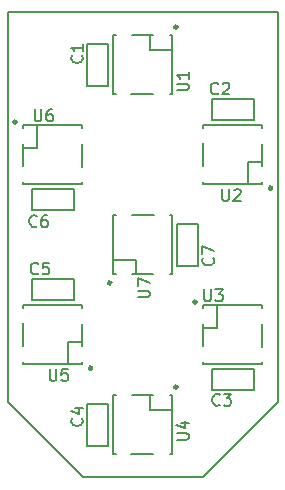
<source format=gto>
G04 #@! TF.FileFunction,Legend,Top*
%FSLAX46Y46*%
G04 Gerber Fmt 4.6, Leading zero omitted, Abs format (unit mm)*
G04 Created by KiCad (PCBNEW (2016-05-03 BZR 6266)-product) date Mon Jul 11 05:07:49 2016*
%MOMM*%
%LPD*%
G01*
G04 APERTURE LIST*
%ADD10C,0.350000*%
%ADD11C,0.150000*%
%ADD12C,0.180000*%
%ADD13C,0.300000*%
G04 APERTURE END LIST*
D10*
D11*
X152400000Y-85090000D02*
X152400000Y-118110000D01*
X129540000Y-85090000D02*
X152400000Y-85090000D01*
X129540000Y-118110000D02*
X129540000Y-85090000D01*
X146050000Y-124460000D02*
X135890000Y-124460000D01*
X152400000Y-118110000D02*
X146050000Y-124460000D01*
X129540000Y-118110000D02*
X135890000Y-124460000D01*
D12*
X146090000Y-111795000D02*
X147290000Y-111795000D01*
X147290000Y-111795000D02*
X147290000Y-109895000D01*
D13*
X145490000Y-109595000D02*
G75*
G03X145490000Y-109595000I-100000J0D01*
G01*
D12*
X146090000Y-114695000D02*
X146090000Y-114895000D01*
X146090000Y-114895000D02*
X151090000Y-114895000D01*
X151090000Y-114895000D02*
X151090000Y-114695000D01*
X146090000Y-111495000D02*
X146090000Y-113295000D01*
X151090000Y-109895000D02*
X146090000Y-109895000D01*
X146090000Y-109895000D02*
X146090000Y-110095000D01*
X151090000Y-109895000D02*
X151090000Y-110095000D01*
X151090000Y-113395000D02*
X151090000Y-111495000D01*
X141570000Y-117515000D02*
X141570000Y-118715000D01*
X141570000Y-118715000D02*
X143470000Y-118715000D01*
D13*
X143870000Y-116815000D02*
G75*
G03X143870000Y-116815000I-100000J0D01*
G01*
D12*
X138670000Y-117515000D02*
X138470000Y-117515000D01*
X138470000Y-117515000D02*
X138470000Y-122515000D01*
X138470000Y-122515000D02*
X138670000Y-122515000D01*
X141870000Y-117515000D02*
X140070000Y-117515000D01*
X143470000Y-122515000D02*
X143470000Y-117515000D01*
X143470000Y-117515000D02*
X143270000Y-117515000D01*
X143470000Y-122515000D02*
X143270000Y-122515000D01*
X139970000Y-122515000D02*
X141870000Y-122515000D01*
X135850000Y-112995000D02*
X134650000Y-112995000D01*
X134650000Y-112995000D02*
X134650000Y-114895000D01*
D13*
X136650000Y-115195000D02*
G75*
G03X136650000Y-115195000I-100000J0D01*
G01*
D12*
X135850000Y-110095000D02*
X135850000Y-109895000D01*
X135850000Y-109895000D02*
X130850000Y-109895000D01*
X130850000Y-109895000D02*
X130850000Y-110095000D01*
X135850000Y-113295000D02*
X135850000Y-111495000D01*
X130850000Y-114895000D02*
X135850000Y-114895000D01*
X135850000Y-114895000D02*
X135850000Y-114695000D01*
X130850000Y-114895000D02*
X130850000Y-114695000D01*
X130850000Y-111395000D02*
X130850000Y-113295000D01*
X140370000Y-107275000D02*
X140370000Y-106075000D01*
X140370000Y-106075000D02*
X138470000Y-106075000D01*
D13*
X138270000Y-107975000D02*
G75*
G03X138270000Y-107975000I-100000J0D01*
G01*
D12*
X143270000Y-107275000D02*
X143470000Y-107275000D01*
X143470000Y-107275000D02*
X143470000Y-102275000D01*
X143470000Y-102275000D02*
X143270000Y-102275000D01*
X140070000Y-107275000D02*
X141870000Y-107275000D01*
X138470000Y-102275000D02*
X138470000Y-107275000D01*
X138470000Y-107275000D02*
X138670000Y-107275000D01*
X138470000Y-102275000D02*
X138670000Y-102275000D01*
X141970000Y-102275000D02*
X140070000Y-102275000D01*
X141570000Y-87035000D02*
X141570000Y-88235000D01*
X141570000Y-88235000D02*
X143470000Y-88235000D01*
D13*
X143870000Y-86335000D02*
G75*
G03X143870000Y-86335000I-100000J0D01*
G01*
D12*
X138670000Y-87035000D02*
X138470000Y-87035000D01*
X138470000Y-87035000D02*
X138470000Y-92035000D01*
X138470000Y-92035000D02*
X138670000Y-92035000D01*
X141870000Y-87035000D02*
X140070000Y-87035000D01*
X143470000Y-92035000D02*
X143470000Y-87035000D01*
X143470000Y-87035000D02*
X143270000Y-87035000D01*
X143470000Y-92035000D02*
X143270000Y-92035000D01*
X139970000Y-92035000D02*
X141870000Y-92035000D01*
X151090000Y-97755000D02*
X149890000Y-97755000D01*
X149890000Y-97755000D02*
X149890000Y-99655000D01*
D13*
X151890000Y-99955000D02*
G75*
G03X151890000Y-99955000I-100000J0D01*
G01*
D12*
X151090000Y-94855000D02*
X151090000Y-94655000D01*
X151090000Y-94655000D02*
X146090000Y-94655000D01*
X146090000Y-94655000D02*
X146090000Y-94855000D01*
X151090000Y-98055000D02*
X151090000Y-96255000D01*
X146090000Y-99655000D02*
X151090000Y-99655000D01*
X151090000Y-99655000D02*
X151090000Y-99455000D01*
X146090000Y-99655000D02*
X146090000Y-99455000D01*
X146090000Y-96155000D02*
X146090000Y-98055000D01*
X130850000Y-96555000D02*
X132050000Y-96555000D01*
X132050000Y-96555000D02*
X132050000Y-94655000D01*
D13*
X130250000Y-94355000D02*
G75*
G03X130250000Y-94355000I-100000J0D01*
G01*
D12*
X130850000Y-99455000D02*
X130850000Y-99655000D01*
X130850000Y-99655000D02*
X135850000Y-99655000D01*
X135850000Y-99655000D02*
X135850000Y-99455000D01*
X130850000Y-96255000D02*
X130850000Y-98055000D01*
X135850000Y-94655000D02*
X130850000Y-94655000D01*
X130850000Y-94655000D02*
X130850000Y-94855000D01*
X135850000Y-94655000D02*
X135850000Y-94855000D01*
X135850000Y-98155000D02*
X135850000Y-96255000D01*
X136271000Y-91313000D02*
X136271000Y-87757000D01*
X136271000Y-87757000D02*
X138049000Y-87757000D01*
X138049000Y-87757000D02*
X138049000Y-91313000D01*
X138049000Y-91313000D02*
X136271000Y-91313000D01*
X146812000Y-92456000D02*
X150368000Y-92456000D01*
X150368000Y-92456000D02*
X150368000Y-94234000D01*
X150368000Y-94234000D02*
X146812000Y-94234000D01*
X146812000Y-94234000D02*
X146812000Y-92456000D01*
X150368000Y-117094000D02*
X146812000Y-117094000D01*
X146812000Y-117094000D02*
X146812000Y-115316000D01*
X146812000Y-115316000D02*
X150368000Y-115316000D01*
X150368000Y-115316000D02*
X150368000Y-117094000D01*
X136271000Y-121793000D02*
X136271000Y-118237000D01*
X136271000Y-118237000D02*
X138049000Y-118237000D01*
X138049000Y-118237000D02*
X138049000Y-121793000D01*
X138049000Y-121793000D02*
X136271000Y-121793000D01*
X131572000Y-107696000D02*
X135128000Y-107696000D01*
X135128000Y-107696000D02*
X135128000Y-109474000D01*
X135128000Y-109474000D02*
X131572000Y-109474000D01*
X131572000Y-109474000D02*
X131572000Y-107696000D01*
X135128000Y-101854000D02*
X131572000Y-101854000D01*
X131572000Y-101854000D02*
X131572000Y-100076000D01*
X131572000Y-100076000D02*
X135128000Y-100076000D01*
X135128000Y-100076000D02*
X135128000Y-101854000D01*
X145669000Y-102997000D02*
X145669000Y-106553000D01*
X145669000Y-106553000D02*
X143891000Y-106553000D01*
X143891000Y-106553000D02*
X143891000Y-102997000D01*
X143891000Y-102997000D02*
X145669000Y-102997000D01*
X146177095Y-108545381D02*
X146177095Y-109354905D01*
X146224714Y-109450143D01*
X146272333Y-109497762D01*
X146367571Y-109545381D01*
X146558048Y-109545381D01*
X146653286Y-109497762D01*
X146700905Y-109450143D01*
X146748524Y-109354905D01*
X146748524Y-108545381D01*
X147129476Y-108545381D02*
X147748524Y-108545381D01*
X147415190Y-108926333D01*
X147558048Y-108926333D01*
X147653286Y-108973952D01*
X147700905Y-109021571D01*
X147748524Y-109116810D01*
X147748524Y-109354905D01*
X147700905Y-109450143D01*
X147653286Y-109497762D01*
X147558048Y-109545381D01*
X147272333Y-109545381D01*
X147177095Y-109497762D01*
X147129476Y-109450143D01*
X143851381Y-121284905D02*
X144660905Y-121284905D01*
X144756143Y-121237286D01*
X144803762Y-121189667D01*
X144851381Y-121094429D01*
X144851381Y-120903952D01*
X144803762Y-120808714D01*
X144756143Y-120761095D01*
X144660905Y-120713476D01*
X143851381Y-120713476D01*
X144184714Y-119808714D02*
X144851381Y-119808714D01*
X143803762Y-120046810D02*
X144518048Y-120284905D01*
X144518048Y-119665857D01*
X133096095Y-115276381D02*
X133096095Y-116085905D01*
X133143714Y-116181143D01*
X133191333Y-116228762D01*
X133286571Y-116276381D01*
X133477048Y-116276381D01*
X133572286Y-116228762D01*
X133619905Y-116181143D01*
X133667524Y-116085905D01*
X133667524Y-115276381D01*
X134619905Y-115276381D02*
X134143714Y-115276381D01*
X134096095Y-115752571D01*
X134143714Y-115704952D01*
X134238952Y-115657333D01*
X134477048Y-115657333D01*
X134572286Y-115704952D01*
X134619905Y-115752571D01*
X134667524Y-115847810D01*
X134667524Y-116085905D01*
X134619905Y-116181143D01*
X134572286Y-116228762D01*
X134477048Y-116276381D01*
X134238952Y-116276381D01*
X134143714Y-116228762D01*
X134096095Y-116181143D01*
X140549381Y-109219905D02*
X141358905Y-109219905D01*
X141454143Y-109172286D01*
X141501762Y-109124667D01*
X141549381Y-109029429D01*
X141549381Y-108838952D01*
X141501762Y-108743714D01*
X141454143Y-108696095D01*
X141358905Y-108648476D01*
X140549381Y-108648476D01*
X140549381Y-108267524D02*
X140549381Y-107600857D01*
X141549381Y-108029429D01*
X143851381Y-91693905D02*
X144660905Y-91693905D01*
X144756143Y-91646286D01*
X144803762Y-91598667D01*
X144851381Y-91503429D01*
X144851381Y-91312952D01*
X144803762Y-91217714D01*
X144756143Y-91170095D01*
X144660905Y-91122476D01*
X143851381Y-91122476D01*
X144851381Y-90122476D02*
X144851381Y-90693905D01*
X144851381Y-90408191D02*
X143851381Y-90408191D01*
X143994238Y-90503429D01*
X144089476Y-90598667D01*
X144137095Y-90693905D01*
X147701095Y-100036381D02*
X147701095Y-100845905D01*
X147748714Y-100941143D01*
X147796333Y-100988762D01*
X147891571Y-101036381D01*
X148082048Y-101036381D01*
X148177286Y-100988762D01*
X148224905Y-100941143D01*
X148272524Y-100845905D01*
X148272524Y-100036381D01*
X148701095Y-100131619D02*
X148748714Y-100084000D01*
X148843952Y-100036381D01*
X149082048Y-100036381D01*
X149177286Y-100084000D01*
X149224905Y-100131619D01*
X149272524Y-100226857D01*
X149272524Y-100322095D01*
X149224905Y-100464952D01*
X148653476Y-101036381D01*
X149272524Y-101036381D01*
X131826095Y-93305381D02*
X131826095Y-94114905D01*
X131873714Y-94210143D01*
X131921333Y-94257762D01*
X132016571Y-94305381D01*
X132207048Y-94305381D01*
X132302286Y-94257762D01*
X132349905Y-94210143D01*
X132397524Y-94114905D01*
X132397524Y-93305381D01*
X133302286Y-93305381D02*
X133111809Y-93305381D01*
X133016571Y-93353000D01*
X132968952Y-93400619D01*
X132873714Y-93543476D01*
X132826095Y-93733952D01*
X132826095Y-94114905D01*
X132873714Y-94210143D01*
X132921333Y-94257762D01*
X133016571Y-94305381D01*
X133207048Y-94305381D01*
X133302286Y-94257762D01*
X133349905Y-94210143D01*
X133397524Y-94114905D01*
X133397524Y-93876810D01*
X133349905Y-93781571D01*
X133302286Y-93733952D01*
X133207048Y-93686333D01*
X133016571Y-93686333D01*
X132921333Y-93733952D01*
X132873714Y-93781571D01*
X132826095Y-93876810D01*
X135810643Y-88725476D02*
X135858262Y-88773095D01*
X135905881Y-88915952D01*
X135905881Y-89011190D01*
X135858262Y-89154048D01*
X135763024Y-89249286D01*
X135667786Y-89296905D01*
X135477310Y-89344524D01*
X135334452Y-89344524D01*
X135143976Y-89296905D01*
X135048738Y-89249286D01*
X134953500Y-89154048D01*
X134905881Y-89011190D01*
X134905881Y-88915952D01*
X134953500Y-88773095D01*
X135001119Y-88725476D01*
X135905881Y-87773095D02*
X135905881Y-88344524D01*
X135905881Y-88058810D02*
X134905881Y-88058810D01*
X135048738Y-88154048D01*
X135143976Y-88249286D01*
X135191595Y-88344524D01*
X147367524Y-91932143D02*
X147319905Y-91979762D01*
X147177048Y-92027381D01*
X147081810Y-92027381D01*
X146938952Y-91979762D01*
X146843714Y-91884524D01*
X146796095Y-91789286D01*
X146748476Y-91598810D01*
X146748476Y-91455952D01*
X146796095Y-91265476D01*
X146843714Y-91170238D01*
X146938952Y-91075000D01*
X147081810Y-91027381D01*
X147177048Y-91027381D01*
X147319905Y-91075000D01*
X147367524Y-91122619D01*
X147748476Y-91122619D02*
X147796095Y-91075000D01*
X147891333Y-91027381D01*
X148129429Y-91027381D01*
X148224667Y-91075000D01*
X148272286Y-91122619D01*
X148319905Y-91217857D01*
X148319905Y-91313095D01*
X148272286Y-91455952D01*
X147700857Y-92027381D01*
X148319905Y-92027381D01*
X147494524Y-118284643D02*
X147446905Y-118332262D01*
X147304048Y-118379881D01*
X147208810Y-118379881D01*
X147065952Y-118332262D01*
X146970714Y-118237024D01*
X146923095Y-118141786D01*
X146875476Y-117951310D01*
X146875476Y-117808452D01*
X146923095Y-117617976D01*
X146970714Y-117522738D01*
X147065952Y-117427500D01*
X147208810Y-117379881D01*
X147304048Y-117379881D01*
X147446905Y-117427500D01*
X147494524Y-117475119D01*
X147827857Y-117379881D02*
X148446905Y-117379881D01*
X148113571Y-117760833D01*
X148256429Y-117760833D01*
X148351667Y-117808452D01*
X148399286Y-117856071D01*
X148446905Y-117951310D01*
X148446905Y-118189405D01*
X148399286Y-118284643D01*
X148351667Y-118332262D01*
X148256429Y-118379881D01*
X147970714Y-118379881D01*
X147875476Y-118332262D01*
X147827857Y-118284643D01*
X135810643Y-119459476D02*
X135858262Y-119507095D01*
X135905881Y-119649952D01*
X135905881Y-119745190D01*
X135858262Y-119888048D01*
X135763024Y-119983286D01*
X135667786Y-120030905D01*
X135477310Y-120078524D01*
X135334452Y-120078524D01*
X135143976Y-120030905D01*
X135048738Y-119983286D01*
X134953500Y-119888048D01*
X134905881Y-119745190D01*
X134905881Y-119649952D01*
X134953500Y-119507095D01*
X135001119Y-119459476D01*
X135239214Y-118602333D02*
X135905881Y-118602333D01*
X134858262Y-118840429D02*
X135572548Y-119078524D01*
X135572548Y-118459476D01*
X132127524Y-107172143D02*
X132079905Y-107219762D01*
X131937048Y-107267381D01*
X131841810Y-107267381D01*
X131698952Y-107219762D01*
X131603714Y-107124524D01*
X131556095Y-107029286D01*
X131508476Y-106838810D01*
X131508476Y-106695952D01*
X131556095Y-106505476D01*
X131603714Y-106410238D01*
X131698952Y-106315000D01*
X131841810Y-106267381D01*
X131937048Y-106267381D01*
X132079905Y-106315000D01*
X132127524Y-106362619D01*
X133032286Y-106267381D02*
X132556095Y-106267381D01*
X132508476Y-106743571D01*
X132556095Y-106695952D01*
X132651333Y-106648333D01*
X132889429Y-106648333D01*
X132984667Y-106695952D01*
X133032286Y-106743571D01*
X133079905Y-106838810D01*
X133079905Y-107076905D01*
X133032286Y-107172143D01*
X132984667Y-107219762D01*
X132889429Y-107267381D01*
X132651333Y-107267381D01*
X132556095Y-107219762D01*
X132508476Y-107172143D01*
X132000524Y-103171643D02*
X131952905Y-103219262D01*
X131810048Y-103266881D01*
X131714810Y-103266881D01*
X131571952Y-103219262D01*
X131476714Y-103124024D01*
X131429095Y-103028786D01*
X131381476Y-102838310D01*
X131381476Y-102695452D01*
X131429095Y-102504976D01*
X131476714Y-102409738D01*
X131571952Y-102314500D01*
X131714810Y-102266881D01*
X131810048Y-102266881D01*
X131952905Y-102314500D01*
X132000524Y-102362119D01*
X132857667Y-102266881D02*
X132667190Y-102266881D01*
X132571952Y-102314500D01*
X132524333Y-102362119D01*
X132429095Y-102504976D01*
X132381476Y-102695452D01*
X132381476Y-103076405D01*
X132429095Y-103171643D01*
X132476714Y-103219262D01*
X132571952Y-103266881D01*
X132762429Y-103266881D01*
X132857667Y-103219262D01*
X132905286Y-103171643D01*
X132952905Y-103076405D01*
X132952905Y-102838310D01*
X132905286Y-102743071D01*
X132857667Y-102695452D01*
X132762429Y-102647833D01*
X132571952Y-102647833D01*
X132476714Y-102695452D01*
X132429095Y-102743071D01*
X132381476Y-102838310D01*
X146923143Y-105870476D02*
X146970762Y-105918095D01*
X147018381Y-106060952D01*
X147018381Y-106156190D01*
X146970762Y-106299048D01*
X146875524Y-106394286D01*
X146780286Y-106441905D01*
X146589810Y-106489524D01*
X146446952Y-106489524D01*
X146256476Y-106441905D01*
X146161238Y-106394286D01*
X146066000Y-106299048D01*
X146018381Y-106156190D01*
X146018381Y-106060952D01*
X146066000Y-105918095D01*
X146113619Y-105870476D01*
X146018381Y-105537143D02*
X146018381Y-104870476D01*
X147018381Y-105299048D01*
M02*

</source>
